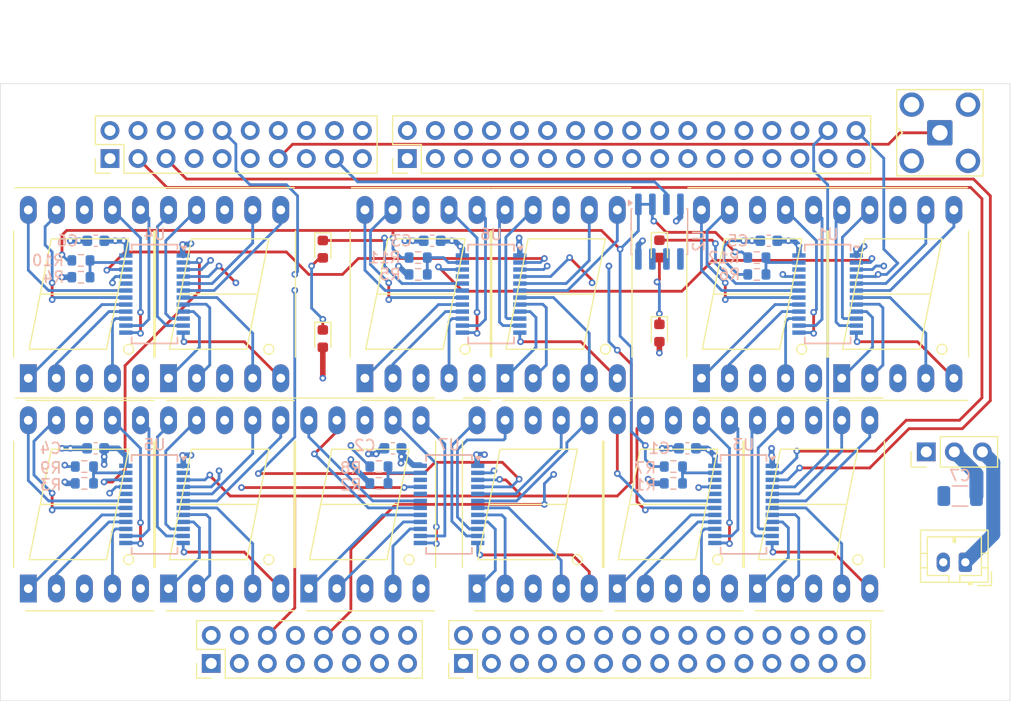
<source format=kicad_pcb>
(kicad_pcb
	(version 20241229)
	(generator "pcbnew")
	(generator_version "9.0")
	(general
		(thickness 1.6)
		(legacy_teardrops no)
	)
	(paper "A4")
	(layers
		(0 "F.Cu" signal)
		(4 "In1.Cu" signal)
		(6 "In2.Cu" signal)
		(2 "B.Cu" signal)
		(9 "F.Adhes" user "F.Adhesive")
		(11 "B.Adhes" user "B.Adhesive")
		(13 "F.Paste" user)
		(15 "B.Paste" user)
		(5 "F.SilkS" user "F.Silkscreen")
		(7 "B.SilkS" user "B.Silkscreen")
		(1 "F.Mask" user)
		(3 "B.Mask" user)
		(17 "Dwgs.User" user "User.Drawings")
		(19 "Cmts.User" user "User.Comments")
		(21 "Eco1.User" user "User.Eco1")
		(23 "Eco2.User" user "User.Eco2")
		(25 "Edge.Cuts" user)
		(27 "Margin" user)
		(31 "F.CrtYd" user "F.Courtyard")
		(29 "B.CrtYd" user "B.Courtyard")
		(35 "F.Fab" user)
		(33 "B.Fab" user)
		(39 "User.1" user)
		(41 "User.2" user)
		(43 "User.3" user)
		(45 "User.4" user)
		(47 "User.5" user)
		(49 "User.6" user)
		(51 "User.7" user)
		(53 "User.8" user)
		(55 "User.9" user)
	)
	(setup
		(stackup
			(layer "F.SilkS"
				(type "Top Silk Screen")
			)
			(layer "F.Paste"
				(type "Top Solder Paste")
			)
			(layer "F.Mask"
				(type "Top Solder Mask")
				(thickness 0.01)
			)
			(layer "F.Cu"
				(type "copper")
				(thickness 0.035)
			)
			(layer "dielectric 1"
				(type "prepreg")
				(thickness 0.1)
				(material "FR4")
				(epsilon_r 4.5)
				(loss_tangent 0.02)
			)
			(layer "In1.Cu"
				(type "copper")
				(thickness 0.035)
			)
			(layer "dielectric 2"
				(type "core")
				(thickness 1.24)
				(material "FR4")
				(epsilon_r 4.5)
				(loss_tangent 0.02)
			)
			(layer "In2.Cu"
				(type "copper")
				(thickness 0.035)
			)
			(layer "dielectric 3"
				(type "prepreg")
				(thickness 0.1)
				(material "FR4")
				(epsilon_r 4.5)
				(loss_tangent 0.02)
			)
			(layer "B.Cu"
				(type "copper")
				(thickness 0.035)
			)
			(layer "B.Mask"
				(type "Bottom Solder Mask")
				(thickness 0.01)
			)
			(layer "B.Paste"
				(type "Bottom Solder Paste")
			)
			(layer "B.SilkS"
				(type "Bottom Silk Screen")
			)
			(copper_finish "None")
			(dielectric_constraints no)
		)
		(pad_to_mask_clearance 0)
		(allow_soldermask_bridges_in_footprints no)
		(tenting front back)
		(pcbplotparams
			(layerselection 0x00000000_00000000_55555555_5755f5ff)
			(plot_on_all_layers_selection 0x00000000_00000000_00000000_00000000)
			(disableapertmacros no)
			(usegerberextensions no)
			(usegerberattributes yes)
			(usegerberadvancedattributes yes)
			(creategerberjobfile yes)
			(dashed_line_dash_ratio 12.000000)
			(dashed_line_gap_ratio 3.000000)
			(svgprecision 4)
			(plotframeref no)
			(mode 1)
			(useauxorigin no)
			(hpglpennumber 1)
			(hpglpenspeed 20)
			(hpglpendiameter 15.000000)
			(pdf_front_fp_property_popups yes)
			(pdf_back_fp_property_popups yes)
			(pdf_metadata yes)
			(pdf_single_document no)
			(dxfpolygonmode yes)
			(dxfimperialunits yes)
			(dxfusepcbnewfont yes)
			(psnegative no)
			(psa4output no)
			(plot_black_and_white yes)
			(sketchpadsonfab no)
			(plotpadnumbers no)
			(hidednponfab no)
			(sketchdnponfab yes)
			(crossoutdnponfab yes)
			(subtractmaskfromsilk no)
			(outputformat 1)
			(mirror no)
			(drillshape 1)
			(scaleselection 1)
			(outputdirectory "")
		)
	)
	(net 0 "")
	(net 1 "/LED_VDD")
	(net 2 "Net-(AFF1-b)")
	(net 3 "Net-(AFF1-c)")
	(net 4 "/display_us/DP1_K")
	(net 5 "Net-(AFF1-g)")
	(net 6 "Net-(AFF1-e)")
	(net 7 "Net-(AFF1-a)")
	(net 8 "Net-(AFF1-f)")
	(net 9 "Net-(AFF1-d)")
	(net 10 "Net-(AFF2-b)")
	(net 11 "Net-(AFF2-g)")
	(net 12 "Net-(AFF2-c)")
	(net 13 "Net-(AFF2-e)")
	(net 14 "Net-(AFF2-d)")
	(net 15 "Net-(AFF2-a)")
	(net 16 "Net-(AFF2-f)")
	(net 17 "Net-(AFF3-f)")
	(net 18 "Net-(AFF3-c)")
	(net 19 "Net-(AFF3-g)")
	(net 20 "Net-(AFF3-d)")
	(net 21 "Net-(AFF3-a)")
	(net 22 "Net-(AFF3-e)")
	(net 23 "Net-(AFF3-b)")
	(net 24 "/display_h/DP1_K")
	(net 25 "Net-(AFF4-g)")
	(net 26 "/display_m/DP1_K")
	(net 27 "Net-(AFF4-d)")
	(net 28 "Net-(AFF4-b)")
	(net 29 "Net-(AFF4-e)")
	(net 30 "Net-(AFF4-f)")
	(net 31 "Net-(AFF4-c)")
	(net 32 "Net-(AFF4-a)")
	(net 33 "Net-(AFF5-f)")
	(net 34 "Net-(AFF5-b)")
	(net 35 "Net-(AFF5-c)")
	(net 36 "Net-(AFF5-e)")
	(net 37 "Net-(AFF5-g)")
	(net 38 "/display_msus/DP1_K")
	(net 39 "Net-(AFF5-a)")
	(net 40 "Net-(AFF5-d)")
	(net 41 "/display_ms/DP1_K")
	(net 42 "Net-(AFF6-c)")
	(net 43 "Net-(AFF6-d)")
	(net 44 "Net-(AFF6-e)")
	(net 45 "Net-(AFF6-a)")
	(net 46 "Net-(AFF6-b)")
	(net 47 "Net-(AFF6-g)")
	(net 48 "Net-(AFF6-f)")
	(net 49 "Net-(AFF7-c)")
	(net 50 "Net-(AFF7-e)")
	(net 51 "/display_s/DP1_K")
	(net 52 "Net-(AFF7-a)")
	(net 53 "Net-(AFF7-g)")
	(net 54 "Net-(AFF7-d)")
	(net 55 "Net-(AFF7-f)")
	(net 56 "Net-(AFF7-b)")
	(net 57 "Net-(AFF8-c)")
	(net 58 "Net-(AFF8-g)")
	(net 59 "Net-(AFF8-d)")
	(net 60 "Net-(AFF8-e)")
	(net 61 "Net-(AFF8-a)")
	(net 62 "Net-(AFF8-b)")
	(net 63 "Net-(AFF8-f)")
	(net 64 "Net-(AFF9-f)")
	(net 65 "Net-(AFF9-b)")
	(net 66 "Net-(AFF9-a)")
	(net 67 "Net-(AFF9-d)")
	(net 68 "Net-(AFF9-e)")
	(net 69 "Net-(AFF9-g)")
	(net 70 "Net-(AFF9-c)")
	(net 71 "Net-(AFF10-e)")
	(net 72 "Net-(AFF10-c)")
	(net 73 "Net-(AFF10-a)")
	(net 74 "Net-(AFF10-b)")
	(net 75 "Net-(AFF10-g)")
	(net 76 "Net-(AFF10-d)")
	(net 77 "Net-(AFF10-f)")
	(net 78 "Net-(AFF11-f)")
	(net 79 "Net-(AFF11-d)")
	(net 80 "Net-(AFF11-c)")
	(net 81 "Net-(AFF11-g)")
	(net 82 "Net-(AFF11-e)")
	(net 83 "Net-(AFF11-b)")
	(net 84 "Net-(AFF11-a)")
	(net 85 "Net-(AFF12-e)")
	(net 86 "Net-(AFF12-g)")
	(net 87 "Net-(AFF12-c)")
	(net 88 "Net-(AFF12-a)")
	(net 89 "Net-(AFF12-f)")
	(net 90 "Net-(AFF12-d)")
	(net 91 "Net-(AFF12-b)")
	(net 92 "+5V")
	(net 93 "/processor/VIN")
	(net 94 "/processor/~{RST}")
	(net 95 "GND")
	(net 96 "/display_s/R_{ext}")
	(net 97 "/display_s/SDO")
	(net 98 "+3V3")
	(net 99 "/display_m/SDO")
	(net 100 "/processor/IOREF")
	(net 101 "Net-(D3-K)")
	(net 102 "Net-(D1-A)")
	(net 103 "/display_h/R_{ext}")
	(net 104 "/LED_OE")
	(net 105 "/processor/PA4_DAC1_OUT")
	(net 106 "/processor/VREFP")
	(net 107 "unconnected-(J4-Pin_4-Pad4)")
	(net 108 "unconnected-(J4-Pin_2-Pad2)")
	(net 109 "unconnected-(J4-Pin_12-Pad12)")
	(net 110 "unconnected-(J4-Pin_16-Pad16)")
	(net 111 "unconnected-(J4-Pin_8-Pad8)")
	(net 112 "unconnected-(J4-Pin_14-Pad14)")
	(net 113 "VDDA")
	(net 114 "GNDA")
	(net 115 "/display_us/R_{ext}")
	(net 116 "/display_msus/R_{ext}")
	(net 117 "/display_ms/R_{ext}")
	(net 118 "/display_m/R_{ext}")
	(net 119 "/LED_VREF")
	(net 120 "/display_us/AUX_LED")
	(net 121 "/display_s/AUX_LED")
	(net 122 "/display_ms/AUX_LED")
	(net 123 "/display_ms/SDI")
	(net 124 "/display_h/SDI")
	(net 125 "/display_m/AUX_LED")
	(net 126 "/display_msus/AUX_LED")
	(net 127 "/display_h/AUX_LED")
	(net 128 "Net-(AFF1-DP)")
	(net 129 "Net-(AFF3-DP)")
	(net 130 "Net-(AFF4-DP)")
	(net 131 "Net-(AFF5-DP)")
	(net 132 "Net-(AFF7-DP)")
	(net 133 "/MSD_MOSI")
	(net 134 "/MSD_SCK")
	(net 135 "/LSD_MOSI")
	(net 136 "/processor/PB5_ETH_PPS")
	(net 137 "/LSD_LE")
	(net 138 "/MSD_LE")
	(net 139 "/display_us/SDO")
	(net 140 "/display_h/SDO")
	(net 141 "/LSD_SCK")
	(net 142 "unconnected-(J4-Pin_29-Pad29)")
	(net 143 "unconnected-(J2-Pin_15-Pad15)")
	(net 144 "unconnected-(J2-Pin_19-Pad19)")
	(net 145 "Net-(AFF6-DP)")
	(net 146 "Net-(J5-Pin_1)")
	(net 147 "unconnected-(J4-Pin_19-Pad19)")
	(net 148 "unconnected-(J4-Pin_10-Pad10)")
	(net 149 "unconnected-(J4-Pin_9-Pad9)")
	(net 150 "unconnected-(J4-Pin_7-Pad7)")
	(net 151 "unconnected-(J4-Pin_23-Pad23)")
	(net 152 "unconnected-(J4-Pin_13-Pad13)")
	(net 153 "unconnected-(J4-Pin_6-Pad6)")
	(net 154 "unconnected-(J4-Pin_18-Pad18)")
	(net 155 "unconnected-(J4-Pin_28-Pad28)")
	(net 156 "unconnected-(J4-Pin_24-Pad24)")
	(net 157 "unconnected-(J4-Pin_20-Pad20)")
	(net 158 "unconnected-(J4-Pin_30-Pad30)")
	(net 159 "unconnected-(J4-Pin_11-Pad11)")
	(net 160 "unconnected-(J4-Pin_33-Pad33)")
	(net 161 "unconnected-(J4-Pin_25-Pad25)")
	(net 162 "unconnected-(J4-Pin_21-Pad21)")
	(net 163 "unconnected-(J4-Pin_15-Pad15)")
	(net 164 "unconnected-(J4-Pin_26-Pad26)")
	(net 165 "unconnected-(J4-Pin_31-Pad31)")
	(net 166 "unconnected-(J3-Pin_25-Pad25)")
	(net 167 "unconnected-(J3-Pin_4-Pad4)")
	(net 168 "unconnected-(J3-Pin_15-Pad15)")
	(net 169 "unconnected-(J3-Pin_18-Pad18)")
	(net 170 "unconnected-(J3-Pin_27-Pad27)")
	(net 171 "unconnected-(J3-Pin_6-Pad6)")
	(net 172 "unconnected-(J3-Pin_2-Pad2)")
	(net 173 "unconnected-(J3-Pin_19-Pad19)")
	(net 174 "unconnected-(J3-Pin_9-Pad9)")
	(net 175 "unconnected-(J3-Pin_21-Pad21)")
	(net 176 "unconnected-(J3-Pin_3-Pad3)")
	(net 177 "unconnected-(J3-Pin_11-Pad11)")
	(net 178 "unconnected-(J3-Pin_10-Pad10)")
	(net 179 "unconnected-(J3-Pin_26-Pad26)")
	(net 180 "unconnected-(J3-Pin_22-Pad22)")
	(net 181 "unconnected-(J3-Pin_28-Pad28)")
	(net 182 "unconnected-(J3-Pin_14-Pad14)")
	(net 183 "unconnected-(J3-Pin_8-Pad8)")
	(net 184 "unconnected-(J3-Pin_20-Pad20)")
	(net 185 "unconnected-(J3-Pin_29-Pad29)")
	(net 186 "unconnected-(J3-Pin_16-Pad16)")
	(net 187 "unconnected-(J3-Pin_1-Pad1)")
	(net 188 "unconnected-(J3-Pin_7-Pad7)")
	(net 189 "unconnected-(J3-Pin_13-Pad13)")
	(net 190 "unconnected-(J3-Pin_24-Pad24)")
	(net 191 "unconnected-(J3-Pin_30-Pad30)")
	(net 192 "unconnected-(J3-Pin_17-Pad17)")
	(net 193 "unconnected-(J3-Pin_5-Pad5)")
	(net 194 "unconnected-(J2-Pin_11-Pad11)")
	(net 195 "unconnected-(J2-Pin_9-Pad9)")
	(net 196 "unconnected-(J2-Pin_16-Pad16)")
	(net 197 "unconnected-(J2-Pin_2-Pad2)")
	(net 198 "unconnected-(J2-Pin_4-Pad4)")
	(net 199 "unconnected-(J2-Pin_12-Pad12)")
	(net 200 "unconnected-(J2-Pin_1-Pad1)")
	(net 201 "unconnected-(J2-Pin_20-Pad20)")
	(net 202 "unconnected-(J2-Pin_18-Pad18)")
	(net 203 "unconnected-(J2-Pin_14-Pad14)")
	(net 204 "unconnected-(J2-Pin_7-Pad7)")
	(net 205 "unconnected-(J1-Pin_14-Pad14)")
	(net 206 "unconnected-(J1-Pin_4-Pad4)")
	(net 207 "unconnected-(J1-Pin_8-Pad8)")
	(net 208 "unconnected-(J1-Pin_2-Pad2)")
	(net 209 "unconnected-(J1-Pin_16-Pad16)")
	(net 210 "unconnected-(J1-Pin_12-Pad12)")
	(net 211 "unconnected-(J1-Pin_1-Pad1)")
	(net 212 "Net-(U2B--)")
	(footprint "Display_7Segment:7SegmentLED_LTS6760_LTS6780" (layer "F.Cu") (at 147.32 100.33 90))
	(footprint "Connector_PinHeader_2.54mm:PinHeader_2x10_P2.54mm_Vertical" (layer "F.Cu") (at 111.536 80.44 90))
	(footprint "Display_7Segment:7SegmentLED_LTS6760_LTS6780" (layer "F.Cu") (at 165.1 100.33 90))
	(footprint "Connector_PinHeader_2.54mm:PinHeader_2x08_P2.54mm_Vertical" (layer "F.Cu") (at 120.7054 126.16 90))
	(footprint "Display_7Segment:7SegmentLED_LTS6760_LTS6780" (layer "F.Cu") (at 129.54 119.38 90))
	(footprint "Display_7Segment:7SegmentLED_LTS6760_LTS6780" (layer "F.Cu") (at 134.62 100.33 90))
	(footprint "Display_7Segment:7SegmentLED_LTS6760_LTS6780" (layer "F.Cu") (at 116.84 100.33 90))
	(footprint "Display_7Segment:7SegmentLED_LTS6760_LTS6780" (layer "F.Cu") (at 144.78 119.38 90))
	(footprint "Connector_PinHeader_2.54mm:PinHeader_2x15_P2.54mm_Vertical" (layer "F.Cu") (at 143.54 126.16 90))
	(footprint "Connector_PinHeader_2.54mm:PinHeader_2x17_P2.54mm_Vertical" (layer "F.Cu") (at 138.46 80.44 90))
	(footprint "LED_SMD:LED_0603_1608Metric" (layer "F.Cu") (at 130.81 88.646 -90))
	(footprint "Display_7Segment:7SegmentLED_LTS6760_LTS6780" (layer "F.Cu") (at 157.48 119.38 90))
	(footprint "Display_7Segment:7SegmentLED_LTS6760_LTS6780" (layer "F.Cu") (at 170.18 119.38 90))
	(footprint "Connector_PinHeader_2.54mm:PinHeader_1x03_P2.54mm_Vertical" (layer "F.Cu") (at 185.46 107 90))
	(footprint "Display_7Segment:7SegmentLED_LTS6760_LTS6780" (layer "F.Cu") (at 177.8 100.33 90))
	(footprint "Display_7Segment:7SegmentLED_LTS6760_LTS6780" (layer "F.Cu") (at 104.14 100.33 90))
	(footprint "LED_SMD:LED_0603_1608Metric" (layer "F.Cu") (at 130.81 96.7485 -90))
	(footprint "LED_SMD:LED_0603_1608Metric" (layer "F.Cu") (at 161.29 88.6205 -90))
	(footprint "Connector_Coaxial:SMA_BAT_Wireless_BWSMA-KWE-Z001" (layer "F.Cu") (at 186.69 78.105))
	(footprint "Connector_JST:JST_PH_B2B-PH-K_1x02_P2.00mm_Vertical" (layer "F.Cu") (at 189 117 180))
	(footprint "LED_SMD:LED_0603_1608Metric" (layer "F.Cu") (at 161.29 96.2405 -90))
	(footprint "Display_7Segment:7SegmentLED_LTS6760_LTS6780" (layer "F.Cu") (at 104.14 119.38 90))
	(footprint "Display_7Segment:7SegmentLED_LTS6760_LTS6780" (layer "F.Cu") (at 116.84 119.38 90))
	(footprint "Resistor_SMD:R_0603_1608Metric" (layer "B.Cu") (at 139.446 90.932 180))
	(footprint "Resistor_SMD:R_0603_1608Metric"
		(layer "B.Cu")
		(uuid "0a2b514d-859a-4747-a412-6665c6282418")
		(at 135.89 108.331 180)
		(descr "Resistor SMD 0603 (1608 Metric), square (rectangular) end terminal, IPC-7351 nominal, (Body size source: IPC-SM-782 page 72, https://www.pcb-3d.com/wordpress/wp-content/uploads/ipc-sm-782a_amendment_1_and_2.pdf), generated with kicad-footprint-generator")
		(tags "resistor")
		(property "Reference" "R8"
			(at 2.54 -0.127 0)
			(layer "B.SilkS")
			(uuid "0952f3d8-5091-4993-900a-0a5d9bd3a628")
			(effects
				(font
					(size 1 1)
					(thickness 0.15)
				)
				(justify mirror)
			)
		)
		(property "Value" "1.2k"
			(at 0 -1.43 0)
			(layer "B.Fab")
			(hide yes)
			(uuid "08319d1f-3d48-4658-8e72-c3fefe529b7f")
			(effects
				(font
					(size 1 1)
					(thickness 0.15)
				)
				(justify mirror)
			)
		)
		(property "Datasheet" "~"
			(at 0 0 0)
			(layer "B.Fab")
			(hide yes)
			(uuid "8ca06a09-9d02-4fce-a5fb-e5bc3a75e0d3")
			(effects
				(font
					(size 1.27 1.27)
					(thickness 0.15)
				)
				(justify mirror)
			)
		)
		(property "Description" "Resistor"
			(at 0 0 0)
			(layer "B.Fab")
			(hide yes)
			(uuid "73d15e30-3e40-435c-9b63-b172fe666d1b")
			(effects
				(font
					(size 1.27 1.27)
					(thickness 0.15)
				)
				(justify mirror)
			)
		)
		(property "LCSC" "C22765"
			(at 0 0 0)
			(unlocked yes)
			(layer "B.Fab")
			(hide yes)
			(uuid "68943572-6625-45d4-b965-625b9619b489")
			(effects
				(font
					(size 1 1)

... [1051890 chars truncated]
</source>
